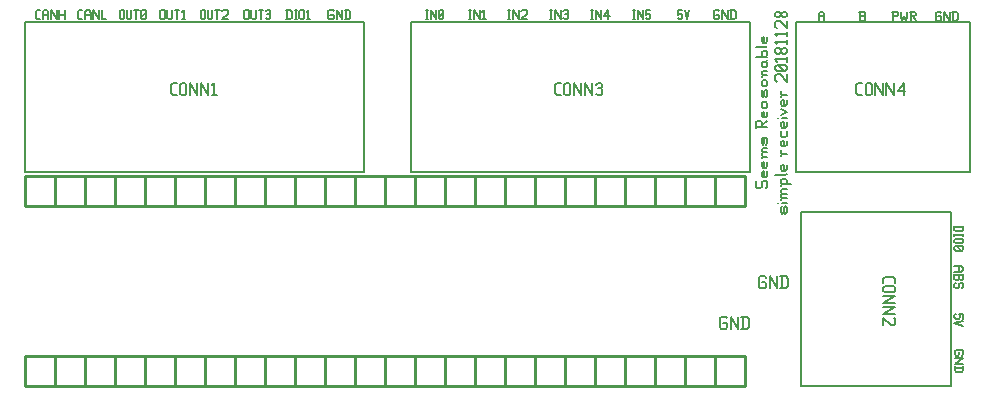
<source format=gbr>
G04 start of page 8 for group -4079 idx -4079 *
G04 Title: simple, topsilk *
G04 Creator: pcb 20140316 *
G04 CreationDate: Fri 07 Dec 2018 12:57:29 AM GMT UTC *
G04 For: brian *
G04 Format: Gerber/RS-274X *
G04 PCB-Dimensions (mil): 6000.00 5000.00 *
G04 PCB-Coordinate-Origin: lower left *
%MOIN*%
%FSLAX25Y25*%
%LNTOPSILK*%
%ADD60C,0.0100*%
%ADD59C,0.0080*%
G54D59*X364000Y469250D02*X364375Y468875D01*
X362875Y469250D02*X364000D01*
X362500Y468875D02*X362875Y469250D01*
X362500Y468875D02*Y466625D01*
X362875Y466250D01*
X364000D01*
X364375Y466625D01*
Y467375D02*Y466625D01*
X364000Y467750D02*X364375Y467375D01*
X363250Y467750D02*X364000D01*
X365275Y469250D02*Y466250D01*
Y469250D02*X367150Y466250D01*
Y469250D02*Y466250D01*
X368425Y469250D02*Y466250D01*
X369400Y469250D02*X369925Y468725D01*
Y466775D01*
X369400Y466250D02*X369925Y466775D01*
X368050Y466250D02*X369400D01*
X368050Y469250D02*X369400D01*
X350500D02*X352000D01*
X350500D02*Y467750D01*
X350875Y468125D01*
X351625D01*
X352000Y467750D01*
Y466625D01*
X351625Y466250D02*X352000Y466625D01*
X350875Y466250D02*X351625D01*
X350500Y466625D02*X350875Y466250D01*
X352900Y469250D02*X353650Y466250D01*
X354400Y469250D01*
X335500D02*X336250D01*
X335875D02*Y466250D01*
X335500D02*X336250D01*
X337150Y469250D02*Y466250D01*
Y469250D02*X339025Y466250D01*
Y469250D02*Y466250D01*
X339925Y469250D02*X341425D01*
X339925D02*Y467750D01*
X340300Y468125D01*
X341050D01*
X341425Y467750D01*
Y466625D01*
X341050Y466250D02*X341425Y466625D01*
X340300Y466250D02*X341050D01*
X339925Y466625D02*X340300Y466250D01*
X438000Y468750D02*X438375Y468375D01*
X436875Y468750D02*X438000D01*
X436500Y468375D02*X436875Y468750D01*
X436500Y468375D02*Y466125D01*
X436875Y465750D01*
X438000D01*
X438375Y466125D01*
Y466875D02*Y466125D01*
X438000Y467250D02*X438375Y466875D01*
X437250Y467250D02*X438000D01*
X439275Y468750D02*Y465750D01*
Y468750D02*X441150Y465750D01*
Y468750D02*Y465750D01*
X442425Y468750D02*Y465750D01*
X443400Y468750D02*X443925Y468225D01*
Y466275D01*
X443400Y465750D02*X443925Y466275D01*
X442050Y465750D02*X443400D01*
X442050Y468750D02*X443400D01*
X422375D02*Y465750D01*
X422000Y468750D02*X423500D01*
X423875Y468375D01*
Y467625D01*
X423500Y467250D02*X423875Y467625D01*
X422375Y467250D02*X423500D01*
X424775Y468750D02*Y467250D01*
X425150Y465750D01*
X425900Y467250D01*
X426650Y465750D01*
X427025Y467250D01*
Y468750D02*Y467250D01*
X427925Y468750D02*X429425D01*
X429800Y468375D01*
Y467625D01*
X429425Y467250D02*X429800Y467625D01*
X428300Y467250D02*X429425D01*
X428300Y468750D02*Y465750D01*
X428900Y467250D02*X429800Y465750D01*
X411000D02*X412500D01*
X412875Y466125D01*
Y467025D02*Y466125D01*
X412500Y467400D02*X412875Y467025D01*
X411375Y467400D02*X412500D01*
X411375Y468750D02*Y465750D01*
X411000Y468750D02*X412500D01*
X412875Y468375D01*
Y467775D01*
X412500Y467400D02*X412875Y467775D01*
X397500Y468000D02*Y465750D01*
Y468000D02*X398025Y468750D01*
X398850D01*
X399375Y468000D01*
Y465750D01*
X397500Y467250D02*X399375D01*
X178000Y468875D02*Y466625D01*
Y468875D02*X178375Y469250D01*
X179125D01*
X179500Y468875D01*
Y466625D01*
X179125Y466250D02*X179500Y466625D01*
X178375Y466250D02*X179125D01*
X178000Y466625D02*X178375Y466250D01*
X180400Y469250D02*Y466625D01*
X180775Y466250D01*
X181525D01*
X181900Y466625D01*
Y469250D02*Y466625D01*
X182800Y469250D02*X184300D01*
X183550D02*Y466250D01*
X185200Y468650D02*X185800Y469250D01*
Y466250D01*
X185200D02*X186325D01*
X191500Y468875D02*Y466625D01*
Y468875D02*X191875Y469250D01*
X192625D01*
X193000Y468875D01*
Y466625D01*
X192625Y466250D02*X193000Y466625D01*
X191875Y466250D02*X192625D01*
X191500Y466625D02*X191875Y466250D01*
X193900Y469250D02*Y466625D01*
X194275Y466250D01*
X195025D01*
X195400Y466625D01*
Y469250D02*Y466625D01*
X196300Y469250D02*X197800D01*
X197050D02*Y466250D01*
X198700Y468875D02*X199075Y469250D01*
X200200D01*
X200575Y468875D01*
Y468125D01*
X198700Y466250D02*X200575Y468125D01*
X198700Y466250D02*X200575D01*
X206000Y468875D02*Y466625D01*
Y468875D02*X206375Y469250D01*
X207125D01*
X207500Y468875D01*
Y466625D01*
X207125Y466250D02*X207500Y466625D01*
X206375Y466250D02*X207125D01*
X206000Y466625D02*X206375Y466250D01*
X208400Y469250D02*Y466625D01*
X208775Y466250D01*
X209525D01*
X209900Y466625D01*
Y469250D02*Y466625D01*
X210800Y469250D02*X212300D01*
X211550D02*Y466250D01*
X213200Y468875D02*X213575Y469250D01*
X214325D01*
X214700Y468875D01*
X214325Y466250D02*X214700Y466625D01*
X213575Y466250D02*X214325D01*
X213200Y466625D02*X213575Y466250D01*
Y467900D02*X214325D01*
X214700Y468875D02*Y468275D01*
Y467525D02*Y466625D01*
Y467525D02*X214325Y467900D01*
X214700Y468275D02*X214325Y467900D01*
X235500Y469250D02*X235875Y468875D01*
X234375Y469250D02*X235500D01*
X234000Y468875D02*X234375Y469250D01*
X234000Y468875D02*Y466625D01*
X234375Y466250D01*
X235500D01*
X235875Y466625D01*
Y467375D02*Y466625D01*
X235500Y467750D02*X235875Y467375D01*
X234750Y467750D02*X235500D01*
X236775Y469250D02*Y466250D01*
Y469250D02*X238650Y466250D01*
Y469250D02*Y466250D01*
X239925Y469250D02*Y466250D01*
X240900Y469250D02*X241425Y468725D01*
Y466775D01*
X240900Y466250D02*X241425Y466775D01*
X239550Y466250D02*X240900D01*
X239550Y469250D02*X240900D01*
X220375D02*Y466250D01*
X221350Y469250D02*X221875Y468725D01*
Y466775D01*
X221350Y466250D02*X221875Y466775D01*
X220000Y466250D02*X221350D01*
X220000Y469250D02*X221350D01*
X222775D02*X223525D01*
X223150D02*Y466250D01*
X222775D02*X223525D01*
X224425Y468875D02*Y466625D01*
Y468875D02*X224800Y469250D01*
X225550D01*
X225925Y468875D01*
Y466625D01*
X225550Y466250D02*X225925Y466625D01*
X224800Y466250D02*X225550D01*
X224425Y466625D02*X224800Y466250D01*
X226825Y468650D02*X227425Y469250D01*
Y466250D01*
X226825D02*X227950D01*
X137018Y466300D02*X137980D01*
X136500Y466818D02*X137018Y466300D01*
X136500Y468742D02*Y466818D01*
Y468742D02*X137018Y469260D01*
X137980D01*
X138868Y468520D02*Y466300D01*
Y468520D02*X139386Y469260D01*
X140200D01*
X140718Y468520D01*
Y466300D01*
X138868Y467780D02*X140718D01*
X141606Y469260D02*Y466300D01*
Y469260D02*X143456Y466300D01*
Y469260D02*Y466300D01*
X144344Y469260D02*Y466300D01*
X146194Y469260D02*Y466300D01*
X144344Y467780D02*X146194D01*
X151025Y466250D02*X152000D01*
X150500Y466775D02*X151025Y466250D01*
X150500Y468725D02*Y466775D01*
Y468725D02*X151025Y469250D01*
X152000D01*
X152900Y468500D02*Y466250D01*
Y468500D02*X153425Y469250D01*
X154250D01*
X154775Y468500D01*
Y466250D01*
X152900Y467750D02*X154775D01*
X155675Y469250D02*Y466250D01*
Y469250D02*X157550Y466250D01*
Y469250D02*Y466250D01*
X158450Y469250D02*Y466250D01*
X159950D01*
X164500Y468875D02*Y466625D01*
Y468875D02*X164875Y469250D01*
X165625D01*
X166000Y468875D01*
Y466625D01*
X165625Y466250D02*X166000Y466625D01*
X164875Y466250D02*X165625D01*
X164500Y466625D02*X164875Y466250D01*
X166900Y469250D02*Y466625D01*
X167275Y466250D01*
X168025D01*
X168400Y466625D01*
Y469250D02*Y466625D01*
X169300Y469250D02*X170800D01*
X170050D02*Y466250D01*
X171700Y466625D02*X172075Y466250D01*
X171700Y468875D02*Y466625D01*
Y468875D02*X172075Y469250D01*
X172825D01*
X173200Y468875D01*
Y466625D01*
X172825Y466250D02*X173200Y466625D01*
X172075Y466250D02*X172825D01*
X171700Y467000D02*X173200Y468500D01*
X321500Y469250D02*X322250D01*
X321875D02*Y466250D01*
X321500D02*X322250D01*
X323150Y469250D02*Y466250D01*
Y469250D02*X325025Y466250D01*
Y469250D02*Y466250D01*
X325925Y467375D02*X327425Y469250D01*
X325925Y467375D02*X327800D01*
X327425Y469250D02*Y466250D01*
X308000Y469250D02*X308750D01*
X308375D02*Y466250D01*
X308000D02*X308750D01*
X309650Y469250D02*Y466250D01*
Y469250D02*X311525Y466250D01*
Y469250D02*Y466250D01*
X312425Y468875D02*X312800Y469250D01*
X313550D01*
X313925Y468875D01*
X313550Y466250D02*X313925Y466625D01*
X312800Y466250D02*X313550D01*
X312425Y466625D02*X312800Y466250D01*
Y467900D02*X313550D01*
X313925Y468875D02*Y468275D01*
Y467525D02*Y466625D01*
Y467525D02*X313550Y467900D01*
X313925Y468275D02*X313550Y467900D01*
X294000Y469250D02*X294750D01*
X294375D02*Y466250D01*
X294000D02*X294750D01*
X295650Y469250D02*Y466250D01*
Y469250D02*X297525Y466250D01*
Y469250D02*Y466250D01*
X298425Y468875D02*X298800Y469250D01*
X299925D01*
X300300Y468875D01*
Y468125D01*
X298425Y466250D02*X300300Y468125D01*
X298425Y466250D02*X300300D01*
X281000Y469250D02*X281750D01*
X281375D02*Y466250D01*
X281000D02*X281750D01*
X282650Y469250D02*Y466250D01*
Y469250D02*X284525Y466250D01*
Y469250D02*Y466250D01*
X285425Y468650D02*X286025Y469250D01*
Y466250D01*
X285425D02*X286550D01*
X266500Y469250D02*X267250D01*
X266875D02*Y466250D01*
X266500D02*X267250D01*
X268150Y469250D02*Y466250D01*
Y469250D02*X270025Y466250D01*
Y469250D02*Y466250D01*
X270925Y466625D02*X271300Y466250D01*
X270925Y468875D02*Y466625D01*
Y468875D02*X271300Y469250D01*
X272050D01*
X272425Y468875D01*
Y466625D01*
X272050Y466250D02*X272425Y466625D01*
X271300Y466250D02*X272050D01*
X270925Y467000D02*X272425Y468500D01*
X442750Y384000D02*X445000D01*
X445750Y383475D01*
Y382650D01*
X445000Y382125D01*
X442750D02*X445000D01*
X444250Y384000D02*Y382125D01*
X442750Y381225D02*Y379725D01*
X443125Y379350D01*
X444025D01*
X444400Y379725D02*X444025Y379350D01*
X444400Y380850D02*Y379725D01*
X442750Y380850D02*X445750D01*
Y381225D02*Y379725D01*
X445375Y379350D01*
X444775D02*X445375D01*
X444400Y379725D02*X444775Y379350D01*
X445750Y376950D02*X445375Y376575D01*
X445750Y378075D02*Y376950D01*
X445375Y378450D02*X445750Y378075D01*
X444625Y378450D02*X445375D01*
X444625D02*X444250Y378075D01*
Y376950D01*
X443875Y376575D01*
X443125D02*X443875D01*
X442750Y376950D02*X443125Y376575D01*
X442750Y378075D02*Y376950D01*
X443125Y378450D02*X442750Y378075D01*
Y397125D02*X445750D01*
Y396150D02*X445225Y395625D01*
X443275D02*X445225D01*
X442750Y396150D02*X443275Y395625D01*
X442750Y397500D02*Y396150D01*
X445750Y397500D02*Y396150D01*
Y394725D02*Y393975D01*
X442750Y394350D02*X445750D01*
X442750Y394725D02*Y393975D01*
X443125Y393075D02*X445375D01*
X445750Y392700D01*
Y391950D01*
X445375Y391575D01*
X443125D02*X445375D01*
X442750Y391950D02*X443125Y391575D01*
X442750Y392700D02*Y391950D01*
X443125Y393075D02*X442750Y392700D01*
X443125Y390675D02*X442750Y390300D01*
X443125Y390675D02*X445375D01*
X445750Y390300D01*
Y389550D01*
X445375Y389175D01*
X443125D02*X445375D01*
X442750Y389550D02*X443125Y389175D01*
X442750Y390300D02*Y389550D01*
X443500Y390675D02*X445000Y389175D01*
X445750Y368000D02*Y366500D01*
X444250Y368000D02*X445750D01*
X444250D02*X444625Y367625D01*
Y366875D01*
X444250Y366500D01*
X443125D02*X444250D01*
X442750Y366875D02*X443125Y366500D01*
X442750Y367625D02*Y366875D01*
X443125Y368000D02*X442750Y367625D01*
X445750Y365600D02*X442750Y364850D01*
X445750Y364100D01*
X379460Y380520D02*X379950Y380030D01*
X377990Y380520D02*X379460D01*
X377500Y380030D02*X377990Y380520D01*
X377500Y380030D02*Y377090D01*
X377990Y376600D01*
X379460D01*
X379950Y377090D01*
Y378070D02*Y377090D01*
X379460Y378560D02*X379950Y378070D01*
X378480Y378560D02*X379460D01*
X381126Y380520D02*Y376600D01*
Y380520D02*X383576Y376600D01*
Y380520D02*Y376600D01*
X385242Y380520D02*Y376600D01*
X386516Y380520D02*X387202Y379834D01*
Y377286D01*
X386516Y376600D02*X387202Y377286D01*
X384752Y376600D02*X386516D01*
X384752Y380520D02*X386516D01*
X366460Y367020D02*X366950Y366530D01*
X364990Y367020D02*X366460D01*
X364500Y366530D02*X364990Y367020D01*
X364500Y366530D02*Y363590D01*
X364990Y363100D01*
X366460D01*
X366950Y363590D01*
Y364570D02*Y363590D01*
X366460Y365060D02*X366950Y364570D01*
X365480Y365060D02*X366460D01*
X368126Y367020D02*Y363100D01*
Y367020D02*X370576Y363100D01*
Y367020D02*Y363100D01*
X372242Y367020D02*Y363100D01*
X373516Y367020D02*X374202Y366334D01*
Y363786D01*
X373516Y363100D02*X374202Y363786D01*
X371752Y363100D02*X373516D01*
X371752Y367020D02*X373516D01*
X445760Y354520D02*X445390Y354150D01*
X445760Y355630D02*Y354520D01*
X445390Y356000D02*X445760Y355630D01*
X443170Y356000D02*X445390D01*
X443170D02*X442800Y355630D01*
Y354520D01*
X443170Y354150D01*
X443910D01*
X444280Y354520D02*X443910Y354150D01*
X444280Y355260D02*Y354520D01*
X442800Y353262D02*X445760D01*
X442800Y351412D01*
X445760D01*
X442800Y350154D02*X445760D01*
Y349192D02*X445242Y348674D01*
X443318D02*X445242D01*
X442800Y349192D02*X443318Y348674D01*
X442800Y350524D02*Y349192D01*
X445760Y350524D02*Y349192D01*
X376480Y411960D02*X376970Y412450D01*
X376480Y411960D02*Y410490D01*
X376970Y410000D02*X376480Y410490D01*
X376970Y410000D02*X377950D01*
X378440Y410490D01*
Y411960D02*Y410490D01*
Y411960D02*X378930Y412450D01*
X379910D01*
X380400Y411960D02*X379910Y412450D01*
X380400Y411960D02*Y410490D01*
X379910Y410000D02*X380400Y410490D01*
Y415586D02*Y414116D01*
X379910Y413626D02*X380400Y414116D01*
X378930Y413626D02*X379910D01*
X378930D02*X378440Y414116D01*
Y415096D02*Y414116D01*
Y415096D02*X378930Y415586D01*
X379420D02*Y413626D01*
X378930Y415586D02*X379420D01*
X380400Y418722D02*Y417252D01*
X379910Y416762D02*X380400Y417252D01*
X378930Y416762D02*X379910D01*
X378930D02*X378440Y417252D01*
Y418232D02*Y417252D01*
Y418232D02*X378930Y418722D01*
X379420D02*Y416762D01*
X378930Y418722D02*X379420D01*
X378930Y420388D02*X380400D01*
X378930D02*X378440Y420878D01*
Y421368D02*Y420878D01*
Y421368D02*X378930Y421858D01*
X380400D01*
X378930D02*X378440Y422348D01*
Y422838D02*Y422348D01*
Y422838D02*X378930Y423328D01*
X380400D01*
X378440Y419898D02*X378930Y420388D01*
X380400Y426464D02*Y424994D01*
Y426464D02*X379910Y426954D01*
X379420Y426464D02*X379910Y426954D01*
X379420Y426464D02*Y424994D01*
X378930Y424504D02*X379420Y424994D01*
X378930Y424504D02*X378440Y424994D01*
Y426464D02*Y424994D01*
Y426464D02*X378930Y426954D01*
X379910Y424504D02*X380400Y424994D01*
X376480Y431854D02*Y429894D01*
Y431854D02*X376970Y432344D01*
X377950D01*
X378440Y431854D02*X377950Y432344D01*
X378440Y431854D02*Y430384D01*
X376480D02*X380400D01*
X378440Y431168D02*X380400Y432344D01*
Y435480D02*Y434010D01*
X379910Y433520D02*X380400Y434010D01*
X378930Y433520D02*X379910D01*
X378930D02*X378440Y434010D01*
Y434990D02*Y434010D01*
Y434990D02*X378930Y435480D01*
X379420D02*Y433520D01*
X378930Y435480D02*X379420D01*
X378440Y438126D02*X378930Y438616D01*
X378440Y438126D02*Y437146D01*
X378930Y436656D02*X378440Y437146D01*
X378930Y436656D02*X379910D01*
X380400Y437146D01*
X378440Y438616D02*X379910D01*
X380400Y439106D01*
Y438126D02*Y437146D01*
Y438126D02*X379910Y438616D01*
X380400Y442242D02*Y440772D01*
Y442242D02*X379910Y442732D01*
X379420Y442242D02*X379910Y442732D01*
X379420Y442242D02*Y440772D01*
X378930Y440282D02*X379420Y440772D01*
X378930Y440282D02*X378440Y440772D01*
Y442242D02*Y440772D01*
Y442242D02*X378930Y442732D01*
X379910Y440282D02*X380400Y440772D01*
X378930Y443908D02*X379910D01*
X378930D02*X378440Y444398D01*
Y445378D02*Y444398D01*
Y445378D02*X378930Y445868D01*
X379910D01*
X380400Y445378D02*X379910Y445868D01*
X380400Y445378D02*Y444398D01*
X379910Y443908D02*X380400Y444398D01*
X378930Y447534D02*X380400D01*
X378930D02*X378440Y448024D01*
Y448514D02*Y448024D01*
Y448514D02*X378930Y449004D01*
X380400D01*
X378440Y447044D02*X378930Y447534D01*
X378440Y451650D02*X378930Y452140D01*
X378440Y451650D02*Y450670D01*
X378930Y450180D02*X378440Y450670D01*
X378930Y450180D02*X379910D01*
X380400Y450670D01*
X378440Y452140D02*X379910D01*
X380400Y452630D01*
Y451650D02*Y450670D01*
Y451650D02*X379910Y452140D01*
X376480Y453806D02*X380400D01*
X379910D02*X380400Y454296D01*
Y455276D02*Y454296D01*
Y455276D02*X379910Y455766D01*
X378930D02*X379910D01*
X378440Y455276D02*X378930Y455766D01*
X378440Y455276D02*Y454296D01*
X378930Y453806D02*X378440Y454296D01*
X376480Y456942D02*X379910D01*
X380400Y457432D01*
Y460372D02*Y458902D01*
X379910Y458412D02*X380400Y458902D01*
X378930Y458412D02*X379910D01*
X378930D02*X378440Y458902D01*
Y459882D02*Y458902D01*
Y459882D02*X378930Y460372D01*
X379420D02*Y458412D01*
X378930Y460372D02*X379420D01*
X386900Y403460D02*Y401990D01*
Y403460D02*X386410Y403950D01*
X385920Y403460D02*X386410Y403950D01*
X385920Y403460D02*Y401990D01*
X385430Y401500D02*X385920Y401990D01*
X385430Y401500D02*X384940Y401990D01*
Y403460D02*Y401990D01*
Y403460D02*X385430Y403950D01*
X386410Y401500D02*X386900Y401990D01*
X383960Y405126D02*X384058D01*
X385430D02*X386900D01*
X385430Y406596D02*X386900D01*
X385430D02*X384940Y407086D01*
Y407576D02*Y407086D01*
Y407576D02*X385430Y408066D01*
X386900D01*
X385430D02*X384940Y408556D01*
Y409046D02*Y408556D01*
Y409046D02*X385430Y409536D01*
X386900D01*
X384940Y406106D02*X385430Y406596D01*
Y411202D02*X388370D01*
X384940Y410712D02*X385430Y411202D01*
X384940Y411692D01*
Y412672D02*Y411692D01*
Y412672D02*X385430Y413162D01*
X386410D01*
X386900Y412672D02*X386410Y413162D01*
X386900Y412672D02*Y411692D01*
X386410Y411202D02*X386900Y411692D01*
X382980Y414338D02*X386410D01*
X386900Y414828D01*
Y417768D02*Y416298D01*
X386410Y415808D02*X386900Y416298D01*
X385430Y415808D02*X386410D01*
X385430D02*X384940Y416298D01*
Y417278D02*Y416298D01*
Y417278D02*X385430Y417768D01*
X385920D02*Y415808D01*
X385430Y417768D02*X385920D01*
X385430Y421198D02*X386900D01*
X385430D02*X384940Y421688D01*
Y422668D02*Y421688D01*
Y420708D02*X385430Y421198D01*
X386900Y425804D02*Y424334D01*
X386410Y423844D02*X386900Y424334D01*
X385430Y423844D02*X386410D01*
X385430D02*X384940Y424334D01*
Y425314D02*Y424334D01*
Y425314D02*X385430Y425804D01*
X385920D02*Y423844D01*
X385430Y425804D02*X385920D01*
X384940Y428940D02*Y427470D01*
X385430Y426980D02*X384940Y427470D01*
X385430Y426980D02*X386410D01*
X386900Y427470D01*
Y428940D02*Y427470D01*
Y432076D02*Y430606D01*
X386410Y430116D02*X386900Y430606D01*
X385430Y430116D02*X386410D01*
X385430D02*X384940Y430606D01*
Y431586D02*Y430606D01*
Y431586D02*X385430Y432076D01*
X385920D02*Y430116D01*
X385430Y432076D02*X385920D01*
X383960Y433252D02*X384058D01*
X385430D02*X386900D01*
X384940Y434232D02*X386900Y435212D01*
X384940Y436192D02*X386900Y435212D01*
Y439328D02*Y437858D01*
X386410Y437368D02*X386900Y437858D01*
X385430Y437368D02*X386410D01*
X385430D02*X384940Y437858D01*
Y438838D02*Y437858D01*
Y438838D02*X385430Y439328D01*
X385920D02*Y437368D01*
X385430Y439328D02*X385920D01*
X385430Y440994D02*X386900D01*
X385430D02*X384940Y441484D01*
Y442464D02*Y441484D01*
Y440504D02*X385430Y440994D01*
X383470Y445404D02*X382980Y445894D01*
Y447364D02*Y445894D01*
Y447364D02*X383470Y447854D01*
X384450D01*
X386900Y445404D02*X384450Y447854D01*
X386900D02*Y445404D01*
X386410Y449030D02*X386900Y449520D01*
X383470Y449030D02*X386410D01*
X383470D02*X382980Y449520D01*
Y450500D02*Y449520D01*
Y450500D02*X383470Y450990D01*
X386410D01*
X386900Y450500D02*X386410Y450990D01*
X386900Y450500D02*Y449520D01*
X385920Y449030D02*X383960Y450990D01*
X383764Y452166D02*X382980Y452950D01*
X386900D01*
Y453636D02*Y452166D01*
X386410Y454812D02*X386900Y455302D01*
X385626Y454812D02*X386410D01*
X385626D02*X384940Y455498D01*
Y456086D02*Y455498D01*
Y456086D02*X385626Y456772D01*
X386410D01*
X386900Y456282D02*X386410Y456772D01*
X386900Y456282D02*Y455302D01*
X384254Y454812D02*X384940Y455498D01*
X383470Y454812D02*X384254D01*
X383470D02*X382980Y455302D01*
Y456282D02*Y455302D01*
Y456282D02*X383470Y456772D01*
X384254D01*
X384940Y456086D02*X384254Y456772D01*
X383764Y457948D02*X382980Y458732D01*
X386900D01*
Y459418D02*Y457948D01*
X383764Y460594D02*X382980Y461378D01*
X386900D01*
Y462064D02*Y460594D01*
X383470Y463240D02*X382980Y463730D01*
Y465200D02*Y463730D01*
Y465200D02*X383470Y465690D01*
X384450D01*
X386900Y463240D02*X384450Y465690D01*
X386900D02*Y463240D01*
X386410Y466866D02*X386900Y467356D01*
X385626Y466866D02*X386410D01*
X385626D02*X384940Y467552D01*
Y468140D02*Y467552D01*
Y468140D02*X385626Y468826D01*
X386410D01*
X386900Y468336D02*X386410Y468826D01*
X386900Y468336D02*Y467356D01*
X384254Y466866D02*X384940Y467552D01*
X383470Y466866D02*X384254D01*
X383470D02*X382980Y467356D01*
Y468336D02*Y467356D01*
Y468336D02*X383470Y468826D01*
X384254D01*
X384940Y468140D02*X384254Y468826D01*
X133004Y465205D02*X245996D01*
Y415205D01*
X133004D01*
Y465205D02*Y415205D01*
X261504Y465205D02*X374496D01*
Y415205D01*
X261504D01*
Y465205D02*Y415205D01*
X441705Y401937D02*Y344063D01*
X391705D02*X441705D01*
X391705Y401937D02*Y344063D01*
Y401937D02*X441705D01*
X390063Y465205D02*X447937D01*
Y415205D01*
X390063D01*
Y465205D02*Y415205D01*
G54D60*X133000Y404000D02*X373000D01*
Y414000D02*X133000D01*
Y404000D02*Y414000D01*
X143000Y404000D02*Y414000D01*
X153000Y404000D02*Y414000D01*
X163000Y404000D02*Y414000D01*
X173000Y404000D02*Y414000D01*
X183000Y404000D02*Y414000D01*
X193000Y404000D02*Y414000D01*
X203000Y404000D02*Y414000D01*
X213000Y404000D02*Y414000D01*
X223000Y404000D02*Y414000D01*
X233000Y404000D02*Y414000D01*
X243000Y404000D02*Y414000D01*
X253000Y404000D02*Y414000D01*
X263000Y404000D02*Y414000D01*
X273000Y404000D02*Y414000D01*
X283000Y404000D02*Y414000D01*
X293000Y404000D02*Y414000D01*
X303000Y404000D02*Y414000D01*
X313000Y404000D02*Y414000D01*
X323000Y404000D02*Y414000D01*
X333000Y404000D02*Y414000D01*
X343000Y404000D02*Y414000D01*
X353000Y404000D02*Y414000D01*
X363000Y404000D02*Y414000D01*
X373000Y404000D02*Y414000D01*
X133000Y344000D02*X373000D01*
Y354000D02*X133000D01*
Y344000D02*Y354000D01*
X143000Y344000D02*Y354000D01*
X153000Y344000D02*Y354000D01*
X163000Y344000D02*Y354000D01*
X173000Y344000D02*Y354000D01*
X183000Y344000D02*Y354000D01*
X193000Y344000D02*Y354000D01*
X203000Y344000D02*Y354000D01*
X213000Y344000D02*Y354000D01*
X223000Y344000D02*Y354000D01*
X233000Y344000D02*Y354000D01*
X243000Y344000D02*Y354000D01*
X253000Y344000D02*Y354000D01*
X263000Y344000D02*Y354000D01*
X273000Y344000D02*Y354000D01*
X283000Y344000D02*Y354000D01*
X293000Y344000D02*Y354000D01*
X303000Y344000D02*Y354000D01*
X313000Y344000D02*Y354000D01*
X323000Y344000D02*Y354000D01*
X333000Y344000D02*Y354000D01*
X343000Y344000D02*Y354000D01*
X353000Y344000D02*Y354000D01*
X363000Y344000D02*Y354000D01*
X373000Y344000D02*Y354000D01*
G54D59*X182200Y441000D02*X183500D01*
X181500Y441700D02*X182200Y441000D01*
X181500Y444300D02*Y441700D01*
Y444300D02*X182200Y445000D01*
X183500D01*
X184700Y444500D02*Y441500D01*
Y444500D02*X185200Y445000D01*
X186200D01*
X186700Y444500D01*
Y441500D01*
X186200Y441000D02*X186700Y441500D01*
X185200Y441000D02*X186200D01*
X184700Y441500D02*X185200Y441000D01*
X187900Y445000D02*Y441000D01*
Y445000D02*X190400Y441000D01*
Y445000D02*Y441000D01*
X191600Y445000D02*Y441000D01*
Y445000D02*X194100Y441000D01*
Y445000D02*Y441000D01*
X195300Y444200D02*X196100Y445000D01*
Y441000D01*
X195300D02*X196800D01*
X310200D02*X311500D01*
X309500Y441700D02*X310200Y441000D01*
X309500Y444300D02*Y441700D01*
Y444300D02*X310200Y445000D01*
X311500D01*
X312700Y444500D02*Y441500D01*
Y444500D02*X313200Y445000D01*
X314200D01*
X314700Y444500D01*
Y441500D01*
X314200Y441000D02*X314700Y441500D01*
X313200Y441000D02*X314200D01*
X312700Y441500D02*X313200Y441000D01*
X315900Y445000D02*Y441000D01*
Y445000D02*X318400Y441000D01*
Y445000D02*Y441000D01*
X319600Y445000D02*Y441000D01*
Y445000D02*X322100Y441000D01*
Y445000D02*Y441000D01*
X323300Y444500D02*X323800Y445000D01*
X324800D01*
X325300Y444500D01*
X324800Y441000D02*X325300Y441500D01*
X323800Y441000D02*X324800D01*
X323300Y441500D02*X323800Y441000D01*
Y443200D02*X324800D01*
X325300Y444500D02*Y443700D01*
Y442700D02*Y441500D01*
Y442700D02*X324800Y443200D01*
X325300Y443700D02*X324800Y443200D01*
X419000Y379800D02*Y378500D01*
X419700Y380500D02*X419000Y379800D01*
X419700Y380500D02*X422300D01*
X423000Y379800D01*
Y378500D01*
X419500Y377300D02*X422500D01*
X423000Y376800D01*
Y375800D01*
X422500Y375300D01*
X419500D02*X422500D01*
X419000Y375800D02*X419500Y375300D01*
X419000Y376800D02*Y375800D01*
X419500Y377300D02*X419000Y376800D01*
Y374100D02*X423000D01*
X419000Y371600D01*
X423000D01*
X419000Y370400D02*X423000D01*
X419000Y367900D01*
X423000D01*
X422500Y366700D02*X423000Y366200D01*
Y364700D01*
X422500Y364200D01*
X421500D02*X422500D01*
X419000Y366700D02*X421500Y364200D01*
X419000Y366700D02*Y364200D01*
X410700Y441000D02*X412000D01*
X410000Y441700D02*X410700Y441000D01*
X410000Y444300D02*Y441700D01*
Y444300D02*X410700Y445000D01*
X412000D01*
X413200Y444500D02*Y441500D01*
Y444500D02*X413700Y445000D01*
X414700D01*
X415200Y444500D01*
Y441500D01*
X414700Y441000D02*X415200Y441500D01*
X413700Y441000D02*X414700D01*
X413200Y441500D02*X413700Y441000D01*
X416400Y445000D02*Y441000D01*
Y445000D02*X418900Y441000D01*
Y445000D02*Y441000D01*
X420100Y445000D02*Y441000D01*
Y445000D02*X422600Y441000D01*
Y445000D02*Y441000D01*
X423800Y442500D02*X425800Y445000D01*
X423800Y442500D02*X426300D01*
X425800Y445000D02*Y441000D01*
M02*

</source>
